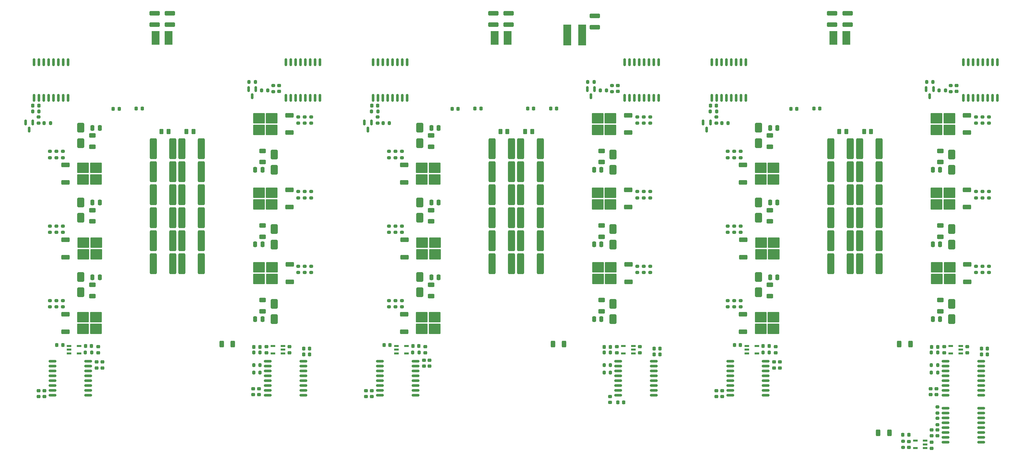
<source format=gtp>
G04 #@! TF.GenerationSoftware,KiCad,Pcbnew,9.0.1*
G04 #@! TF.CreationDate,2025-08-06T03:01:24-05:00*
G04 #@! TF.ProjectId,TractionInverter,54726163-7469-46f6-9e49-6e7665727465,rev?*
G04 #@! TF.SameCoordinates,Original*
G04 #@! TF.FileFunction,Paste,Top*
G04 #@! TF.FilePolarity,Positive*
%FSLAX46Y46*%
G04 Gerber Fmt 4.6, Leading zero omitted, Abs format (unit mm)*
G04 Created by KiCad (PCBNEW 9.0.1) date 2025-08-06 03:01:24*
%MOMM*%
%LPD*%
G01*
G04 APERTURE LIST*
G04 Aperture macros list*
%AMRoundRect*
0 Rectangle with rounded corners*
0 $1 Rounding radius*
0 $2 $3 $4 $5 $6 $7 $8 $9 X,Y pos of 4 corners*
0 Add a 4 corners polygon primitive as box body*
4,1,4,$2,$3,$4,$5,$6,$7,$8,$9,$2,$3,0*
0 Add four circle primitives for the rounded corners*
1,1,$1+$1,$2,$3*
1,1,$1+$1,$4,$5*
1,1,$1+$1,$6,$7*
1,1,$1+$1,$8,$9*
0 Add four rect primitives between the rounded corners*
20,1,$1+$1,$2,$3,$4,$5,0*
20,1,$1+$1,$4,$5,$6,$7,0*
20,1,$1+$1,$6,$7,$8,$9,0*
20,1,$1+$1,$8,$9,$2,$3,0*%
G04 Aperture macros list end*
%ADD10RoundRect,0.250000X1.100000X-0.325000X1.100000X0.325000X-1.100000X0.325000X-1.100000X-0.325000X0*%
%ADD11RoundRect,0.225000X0.250000X-0.225000X0.250000X0.225000X-0.250000X0.225000X-0.250000X-0.225000X0*%
%ADD12RoundRect,0.225000X-0.250000X0.225000X-0.250000X-0.225000X0.250000X-0.225000X0.250000X0.225000X0*%
%ADD13RoundRect,0.225000X-0.225000X-0.250000X0.225000X-0.250000X0.225000X0.250000X-0.225000X0.250000X0*%
%ADD14RoundRect,0.225000X0.225000X0.250000X-0.225000X0.250000X-0.225000X-0.250000X0.225000X-0.250000X0*%
%ADD15R,1.150000X0.600000*%
%ADD16RoundRect,0.150000X0.875000X0.150000X-0.875000X0.150000X-0.875000X-0.150000X0.875000X-0.150000X0*%
%ADD17RoundRect,0.200000X-0.200000X-0.275000X0.200000X-0.275000X0.200000X0.275000X-0.200000X0.275000X0*%
%ADD18RoundRect,0.218750X-0.256250X0.218750X-0.256250X-0.218750X0.256250X-0.218750X0.256250X0.218750X0*%
%ADD19RoundRect,0.150000X0.150000X-0.875000X0.150000X0.875000X-0.150000X0.875000X-0.150000X-0.875000X0*%
%ADD20RoundRect,0.200000X-0.275000X0.200000X-0.275000X-0.200000X0.275000X-0.200000X0.275000X0.200000X0*%
%ADD21RoundRect,0.250000X-0.650000X-2.450000X0.650000X-2.450000X0.650000X2.450000X-0.650000X2.450000X0*%
%ADD22RoundRect,0.250000X-0.850000X-0.350000X0.850000X-0.350000X0.850000X0.350000X-0.850000X0.350000X0*%
%ADD23RoundRect,0.250000X-1.275000X-1.125000X1.275000X-1.125000X1.275000X1.125000X-1.275000X1.125000X0*%
%ADD24RoundRect,0.250000X-0.250000X-0.475000X0.250000X-0.475000X0.250000X0.475000X-0.250000X0.475000X0*%
%ADD25RoundRect,0.250000X0.625000X-0.312500X0.625000X0.312500X-0.625000X0.312500X-0.625000X-0.312500X0*%
%ADD26RoundRect,0.200000X0.275000X-0.200000X0.275000X0.200000X-0.275000X0.200000X-0.275000X-0.200000X0*%
%ADD27RoundRect,0.150000X-0.875000X-0.150000X0.875000X-0.150000X0.875000X0.150000X-0.875000X0.150000X0*%
%ADD28RoundRect,0.250000X-0.625000X0.312500X-0.625000X-0.312500X0.625000X-0.312500X0.625000X0.312500X0*%
%ADD29RoundRect,0.200000X0.200000X0.275000X-0.200000X0.275000X-0.200000X-0.275000X0.200000X-0.275000X0*%
%ADD30RoundRect,0.150000X-0.150000X0.587500X-0.150000X-0.587500X0.150000X-0.587500X0.150000X0.587500X0*%
%ADD31RoundRect,0.250000X-0.650000X1.000000X-0.650000X-1.000000X0.650000X-1.000000X0.650000X1.000000X0*%
%ADD32RoundRect,0.250000X0.650000X-1.000000X0.650000X1.000000X-0.650000X1.000000X-0.650000X-1.000000X0*%
%ADD33RoundRect,0.250000X-0.262500X-0.450000X0.262500X-0.450000X0.262500X0.450000X-0.262500X0.450000X0*%
%ADD34RoundRect,0.250000X0.850000X0.350000X-0.850000X0.350000X-0.850000X-0.350000X0.850000X-0.350000X0*%
%ADD35RoundRect,0.250000X1.275000X1.125000X-1.275000X1.125000X-1.275000X-1.125000X1.275000X-1.125000X0*%
%ADD36RoundRect,0.250000X-0.312500X-0.625000X0.312500X-0.625000X0.312500X0.625000X-0.312500X0.625000X0*%
%ADD37RoundRect,0.218750X-0.218750X-0.256250X0.218750X-0.256250X0.218750X0.256250X-0.218750X0.256250X0*%
%ADD38RoundRect,0.250000X0.250000X0.475000X-0.250000X0.475000X-0.250000X-0.475000X0.250000X-0.475000X0*%
%ADD39RoundRect,0.218750X0.218750X0.256250X-0.218750X0.256250X-0.218750X-0.256250X0.218750X-0.256250X0*%
%ADD40R,2.000000X3.600000*%
%ADD41R,2.150000X5.500000*%
G04 APERTURE END LIST*
D10*
X166750000Y-37525000D03*
X166750000Y-40475000D03*
D11*
X122100000Y-127475000D03*
X122100000Y-129025000D03*
D12*
X108500000Y-135475000D03*
X108500000Y-137025000D03*
D13*
X119225000Y-123750000D03*
X120775000Y-123750000D03*
D12*
X107000000Y-135475000D03*
X107000000Y-137025000D03*
D14*
X113275000Y-123500000D03*
X111725000Y-123500000D03*
D11*
X123600000Y-129025000D03*
X123600000Y-127475000D03*
D15*
X114950000Y-123800000D03*
X114950000Y-124750000D03*
X114950000Y-125700000D03*
X117550000Y-125700000D03*
X117550000Y-123800000D03*
D16*
X119900000Y-136695000D03*
X119900000Y-135425000D03*
X119900000Y-134155000D03*
X119900000Y-132885000D03*
X119900000Y-131615000D03*
X119900000Y-130345000D03*
X119900000Y-129075000D03*
X119900000Y-127805000D03*
X110600000Y-127805000D03*
X110600000Y-129075000D03*
X110600000Y-130345000D03*
X110600000Y-131615000D03*
X110600000Y-132885000D03*
X110600000Y-134155000D03*
X110600000Y-135425000D03*
X110600000Y-136695000D03*
D17*
X119175000Y-125500000D03*
X120825000Y-125500000D03*
D18*
X122500000Y-123962500D03*
X122500000Y-125537500D03*
D19*
X174555000Y-49600000D03*
X175825000Y-49600000D03*
X177095000Y-49600000D03*
X178365000Y-49600000D03*
X179635000Y-49600000D03*
X180905000Y-49600000D03*
X182175000Y-49600000D03*
X183445000Y-49600000D03*
X183445000Y-58900000D03*
X182175000Y-58900000D03*
X180905000Y-58900000D03*
X179635000Y-58900000D03*
X178365000Y-58900000D03*
X177095000Y-58900000D03*
X175825000Y-58900000D03*
X174555000Y-58900000D03*
D20*
X114650000Y-113575000D03*
X114650000Y-111925000D03*
D21*
X145000000Y-96250000D03*
X139900000Y-96250000D03*
D22*
X117025000Y-100555000D03*
X117025000Y-95995000D03*
D23*
X125000000Y-99800000D03*
X125000000Y-96750000D03*
X121650000Y-99800000D03*
X121650000Y-96750000D03*
D24*
X214450000Y-105800000D03*
X212550000Y-105800000D03*
D21*
X241000000Y-84250000D03*
X235900000Y-84250000D03*
D20*
X179500000Y-104575000D03*
X179500000Y-102925000D03*
D25*
X168500000Y-72787500D03*
X168500000Y-75712500D03*
D21*
X241000000Y-78250000D03*
X235900000Y-78250000D03*
D26*
X201450000Y-72925000D03*
X201450000Y-74575000D03*
X177800000Y-63925000D03*
X177800000Y-65575000D03*
D21*
X152500000Y-84250000D03*
X147400000Y-84250000D03*
D26*
X204850000Y-92425000D03*
X204850000Y-94075000D03*
D27*
X182150000Y-127805000D03*
X182150000Y-129075000D03*
X182150000Y-130345000D03*
X182150000Y-131615000D03*
X182150000Y-132885000D03*
X182150000Y-134155000D03*
X182150000Y-135425000D03*
X182150000Y-136695000D03*
X172850000Y-136695000D03*
X172850000Y-135425000D03*
X172850000Y-134155000D03*
X172850000Y-132885000D03*
X172850000Y-131615000D03*
X172850000Y-130345000D03*
X172850000Y-129075000D03*
X172850000Y-127805000D03*
D26*
X177800000Y-83425000D03*
X177800000Y-85075000D03*
D12*
X200000000Y-137025000D03*
X200000000Y-135475000D03*
D28*
X212500000Y-91212500D03*
X212500000Y-88287500D03*
D22*
X116950000Y-120030000D03*
X116950000Y-115470000D03*
D23*
X124925000Y-119275000D03*
X124925000Y-116225000D03*
X121575000Y-119275000D03*
X121575000Y-116225000D03*
D14*
X108475000Y-61000000D03*
X110025000Y-61000000D03*
D20*
X268000000Y-104575000D03*
X268000000Y-102925000D03*
D29*
X199925000Y-65500000D03*
X201575000Y-65500000D03*
D19*
X197305000Y-49600000D03*
X198575000Y-49600000D03*
X199845000Y-49600000D03*
X201115000Y-49600000D03*
X202385000Y-49600000D03*
X203655000Y-49600000D03*
X204925000Y-49600000D03*
X206195000Y-49600000D03*
X206195000Y-58900000D03*
X204925000Y-58900000D03*
X203655000Y-58900000D03*
X202385000Y-58900000D03*
X201115000Y-58900000D03*
X199845000Y-58900000D03*
X198575000Y-58900000D03*
X197305000Y-58900000D03*
D26*
X181200000Y-63925000D03*
X181200000Y-65575000D03*
D30*
X165750000Y-58500000D03*
X164800000Y-56625000D03*
X166700000Y-56625000D03*
D29*
X164925000Y-54750000D03*
X166575000Y-54750000D03*
D31*
X209500000Y-109750000D03*
X209500000Y-105750000D03*
D14*
X267725000Y-124500000D03*
X269275000Y-124500000D03*
D25*
X257000000Y-111787500D03*
X257000000Y-114712500D03*
D17*
X256325000Y-130750000D03*
X254675000Y-130750000D03*
D32*
X260000000Y-93250000D03*
X260000000Y-97250000D03*
D21*
X241000000Y-90250000D03*
X235900000Y-90250000D03*
D33*
X238912500Y-67750000D03*
X237087500Y-67750000D03*
D21*
X241000000Y-72250000D03*
X235900000Y-72250000D03*
D33*
X150412500Y-67750000D03*
X148587500Y-67750000D03*
D30*
X196000000Y-67250000D03*
X195050000Y-65375000D03*
X196950000Y-65375000D03*
D34*
X263975000Y-82945000D03*
X263975000Y-87505000D03*
D35*
X256000000Y-83700000D03*
X256000000Y-86750000D03*
X259350000Y-83700000D03*
X259350000Y-86750000D03*
D26*
X269700000Y-63925000D03*
X269700000Y-65575000D03*
D21*
X233500000Y-84250000D03*
X228400000Y-84250000D03*
D36*
X249212500Y-123250000D03*
X246287500Y-123250000D03*
D31*
X121000000Y-90250000D03*
X121000000Y-86250000D03*
D19*
X108805000Y-49600000D03*
X110075000Y-49600000D03*
X111345000Y-49600000D03*
X112615000Y-49600000D03*
X113885000Y-49600000D03*
X115155000Y-49600000D03*
X116425000Y-49600000D03*
X117695000Y-49600000D03*
X117695000Y-58900000D03*
X116425000Y-58900000D03*
X115155000Y-58900000D03*
X113885000Y-58900000D03*
X112615000Y-58900000D03*
X111345000Y-58900000D03*
X110075000Y-58900000D03*
X108805000Y-58900000D03*
D37*
X137037500Y-61750000D03*
X135462500Y-61750000D03*
D13*
X212275000Y-123750000D03*
X210725000Y-123750000D03*
D31*
X121000000Y-109750000D03*
X121000000Y-105750000D03*
D26*
X259750000Y-55675000D03*
X259750000Y-57325000D03*
D11*
X172750000Y-55725000D03*
X172750000Y-57275000D03*
D17*
X170825000Y-130750000D03*
X169175000Y-130750000D03*
D21*
X152500000Y-90250000D03*
X147400000Y-90250000D03*
D26*
X204850000Y-72925000D03*
X204850000Y-74575000D03*
D17*
X212325000Y-125500000D03*
X210675000Y-125500000D03*
D28*
X212500000Y-110712500D03*
X212500000Y-107787500D03*
D11*
X258000000Y-123975000D03*
X258000000Y-125525000D03*
D12*
X170750000Y-138525000D03*
X170750000Y-136975000D03*
D38*
X166550000Y-77700000D03*
X168450000Y-77700000D03*
D30*
X107500000Y-67250000D03*
X106550000Y-65375000D03*
X108450000Y-65375000D03*
D20*
X268000000Y-65575000D03*
X268000000Y-63925000D03*
D21*
X152500000Y-102250000D03*
X147400000Y-102250000D03*
D28*
X124000000Y-91212500D03*
X124000000Y-88287500D03*
D29*
X169175000Y-128750000D03*
X170825000Y-128750000D03*
X111425000Y-65500000D03*
X113075000Y-65500000D03*
D38*
X255050000Y-97200000D03*
X256950000Y-97200000D03*
D20*
X203150000Y-113575000D03*
X203150000Y-111925000D03*
D25*
X168500000Y-111787500D03*
X168500000Y-114712500D03*
D26*
X266300000Y-63925000D03*
X266300000Y-65575000D03*
D21*
X233500000Y-90250000D03*
X228400000Y-90250000D03*
D31*
X209500000Y-70750000D03*
X209500000Y-66750000D03*
D33*
X232412500Y-67750000D03*
X230587500Y-67750000D03*
D28*
X124000000Y-71712500D03*
X124000000Y-68787500D03*
D21*
X233500000Y-78250000D03*
X228400000Y-78250000D03*
D20*
X114650000Y-94075000D03*
X114650000Y-92425000D03*
D22*
X205525000Y-100555000D03*
X205525000Y-95995000D03*
D23*
X213500000Y-99800000D03*
X213500000Y-96750000D03*
X210150000Y-99800000D03*
X210150000Y-96750000D03*
D26*
X171250000Y-55675000D03*
X171250000Y-57325000D03*
X116350000Y-111925000D03*
X116350000Y-113575000D03*
D32*
X260000000Y-112750000D03*
X260000000Y-116750000D03*
D17*
X258325000Y-57000000D03*
X256675000Y-57000000D03*
D22*
X116950000Y-81055000D03*
X116950000Y-76495000D03*
D23*
X124925000Y-80300000D03*
X124925000Y-77250000D03*
X121575000Y-80300000D03*
X121575000Y-77250000D03*
D26*
X201450000Y-92425000D03*
X201450000Y-94075000D03*
D11*
X264000000Y-123975000D03*
X264000000Y-125525000D03*
D34*
X264050000Y-102470000D03*
X264050000Y-107030000D03*
D35*
X256075000Y-103225000D03*
X256075000Y-106275000D03*
X259425000Y-103225000D03*
X259425000Y-106275000D03*
D21*
X241000000Y-96250000D03*
X235900000Y-96250000D03*
D38*
X255050000Y-116750000D03*
X256950000Y-116750000D03*
D21*
X145000000Y-90250000D03*
X139900000Y-90250000D03*
X152500000Y-78250000D03*
X147400000Y-78250000D03*
D20*
X203150000Y-94075000D03*
X203150000Y-92425000D03*
D18*
X214000000Y-125537500D03*
X214000000Y-123962500D03*
D38*
X166550000Y-97200000D03*
X168450000Y-97200000D03*
D37*
X225537500Y-61750000D03*
X223962500Y-61750000D03*
D21*
X233500000Y-102250000D03*
X228400000Y-102250000D03*
D32*
X260000000Y-73750000D03*
X260000000Y-77750000D03*
D34*
X263975000Y-63470000D03*
X263975000Y-68030000D03*
D35*
X256000000Y-64225000D03*
X256000000Y-67275000D03*
X259350000Y-64225000D03*
X259350000Y-67275000D03*
D32*
X171500000Y-112750000D03*
X171500000Y-116750000D03*
D10*
X228750000Y-36827500D03*
X228750000Y-39777500D03*
D34*
X175475000Y-63470000D03*
X175475000Y-68030000D03*
D35*
X167500000Y-64225000D03*
X167500000Y-67275000D03*
X170850000Y-64225000D03*
X170850000Y-67275000D03*
D11*
X261250000Y-55725000D03*
X261250000Y-57275000D03*
D25*
X168500000Y-92287500D03*
X168500000Y-95212500D03*
D12*
X256000000Y-136525000D03*
X256000000Y-134975000D03*
D32*
X171500000Y-93250000D03*
X171500000Y-97250000D03*
D15*
X174200000Y-125700000D03*
X174200000Y-123800000D03*
X176800000Y-123800000D03*
X176800000Y-124750000D03*
X176800000Y-125700000D03*
D12*
X254500000Y-136525000D03*
X254500000Y-134975000D03*
D15*
X259700000Y-125700000D03*
X259700000Y-123800000D03*
X262300000Y-123800000D03*
X262300000Y-124750000D03*
X262300000Y-125700000D03*
D26*
X266300000Y-83425000D03*
X266300000Y-85075000D03*
D39*
X254712500Y-124000000D03*
X256287500Y-124000000D03*
D26*
X116350000Y-92425000D03*
X116350000Y-94075000D03*
D37*
X131037500Y-61802500D03*
X129462500Y-61802500D03*
D33*
X143912500Y-67750000D03*
X142087500Y-67750000D03*
D31*
X209500000Y-90250000D03*
X209500000Y-86250000D03*
D38*
X255050000Y-77700000D03*
X256950000Y-77700000D03*
D21*
X145000000Y-84250000D03*
X139900000Y-84250000D03*
D26*
X204850000Y-111925000D03*
X204850000Y-113575000D03*
X112950000Y-72925000D03*
X112950000Y-74575000D03*
X266300000Y-102925000D03*
X266300000Y-104575000D03*
D14*
X172725000Y-138500000D03*
X174275000Y-138500000D03*
D20*
X203150000Y-74575000D03*
X203150000Y-72925000D03*
D31*
X121000000Y-70750000D03*
X121000000Y-66750000D03*
D29*
X254675000Y-128750000D03*
X256325000Y-128750000D03*
D26*
X181200000Y-102925000D03*
X181200000Y-104575000D03*
D11*
X172500000Y-123975000D03*
X172500000Y-125525000D03*
X215100000Y-127975000D03*
X215100000Y-129525000D03*
D26*
X110000000Y-63925000D03*
X110000000Y-65575000D03*
D24*
X125950000Y-105800000D03*
X124050000Y-105800000D03*
X125950000Y-66800000D03*
X124050000Y-66800000D03*
D19*
X263055000Y-49600000D03*
X264325000Y-49600000D03*
X265595000Y-49600000D03*
X266865000Y-49600000D03*
X268135000Y-49600000D03*
X269405000Y-49600000D03*
X270675000Y-49600000D03*
X271945000Y-49600000D03*
X271945000Y-58900000D03*
X270675000Y-58900000D03*
X269405000Y-58900000D03*
X268135000Y-58900000D03*
X266865000Y-58900000D03*
X265595000Y-58900000D03*
X264325000Y-58900000D03*
X263055000Y-58900000D03*
D21*
X241000000Y-102250000D03*
X235900000Y-102250000D03*
D39*
X169212500Y-124000000D03*
X170787500Y-124000000D03*
D10*
X232750000Y-36827500D03*
X232750000Y-39777500D03*
D21*
X233500000Y-72250000D03*
X228400000Y-72250000D03*
D15*
X209050000Y-123800000D03*
X209050000Y-125700000D03*
X206450000Y-125700000D03*
X206450000Y-124750000D03*
X206450000Y-123800000D03*
D29*
X253425000Y-54750000D03*
X255075000Y-54750000D03*
D14*
X196975000Y-61000000D03*
X198525000Y-61000000D03*
D20*
X268000000Y-85075000D03*
X268000000Y-83425000D03*
D21*
X145000000Y-72250000D03*
X139900000Y-72250000D03*
D26*
X181200000Y-83425000D03*
X181200000Y-85075000D03*
D24*
X214450000Y-86300000D03*
X212550000Y-86300000D03*
D26*
X269700000Y-102925000D03*
X269700000Y-104575000D03*
D21*
X145000000Y-102250000D03*
X139900000Y-102250000D03*
D26*
X198500000Y-63925000D03*
X198500000Y-65575000D03*
D14*
X267725000Y-126000000D03*
X269275000Y-126000000D03*
D30*
X254250000Y-58500000D03*
X253300000Y-56625000D03*
X255200000Y-56625000D03*
D25*
X257000000Y-72787500D03*
X257000000Y-75712500D03*
D32*
X171500000Y-73750000D03*
X171500000Y-77750000D03*
D21*
X233500000Y-96250000D03*
X228400000Y-96250000D03*
D29*
X254675000Y-125500000D03*
X256325000Y-125500000D03*
D40*
X140550000Y-43302500D03*
X143950000Y-43302500D03*
D34*
X175550000Y-102470000D03*
X175550000Y-107030000D03*
D35*
X167575000Y-103225000D03*
X167575000Y-106275000D03*
X170925000Y-103225000D03*
X170925000Y-106275000D03*
D38*
X166550000Y-116750000D03*
X168450000Y-116750000D03*
D24*
X125950000Y-86300000D03*
X124050000Y-86300000D03*
D40*
X229050000Y-43302500D03*
X232450000Y-43302500D03*
D11*
X178500000Y-123975000D03*
X178500000Y-125525000D03*
D26*
X177800000Y-102925000D03*
X177800000Y-104575000D03*
D29*
X108425000Y-62500000D03*
X110075000Y-62500000D03*
D21*
X145000000Y-78250000D03*
X139900000Y-78250000D03*
D20*
X114650000Y-74575000D03*
X114650000Y-72925000D03*
D17*
X169825000Y-57000000D03*
X168175000Y-57000000D03*
D14*
X182225000Y-126000000D03*
X183775000Y-126000000D03*
D21*
X152500000Y-96250000D03*
X147400000Y-96250000D03*
D26*
X201450000Y-111925000D03*
X201450000Y-113575000D03*
D12*
X198500000Y-137025000D03*
X198500000Y-135475000D03*
D28*
X124000000Y-110712500D03*
X124000000Y-107787500D03*
D20*
X179500000Y-65575000D03*
X179500000Y-63925000D03*
D10*
X140250000Y-36827500D03*
X140250000Y-39777500D03*
D22*
X205450000Y-120030000D03*
X205450000Y-115470000D03*
D23*
X213425000Y-119275000D03*
X213425000Y-116225000D03*
X210075000Y-119275000D03*
X210075000Y-116225000D03*
D34*
X175475000Y-82945000D03*
X175475000Y-87505000D03*
D35*
X167500000Y-83700000D03*
X167500000Y-86750000D03*
X170850000Y-83700000D03*
X170850000Y-86750000D03*
D26*
X112950000Y-111925000D03*
X112950000Y-113575000D03*
D11*
X213600000Y-127975000D03*
X213600000Y-129525000D03*
D10*
X144250000Y-36827500D03*
X144250000Y-39777500D03*
D14*
X182225000Y-124500000D03*
X183775000Y-124500000D03*
D16*
X202100000Y-136695000D03*
X202100000Y-135425000D03*
X202100000Y-134155000D03*
X202100000Y-132885000D03*
X202100000Y-131615000D03*
X202100000Y-130345000D03*
X202100000Y-129075000D03*
X202100000Y-127805000D03*
X211400000Y-127805000D03*
X211400000Y-129075000D03*
X211400000Y-130345000D03*
X211400000Y-131615000D03*
X211400000Y-132885000D03*
X211400000Y-134155000D03*
X211400000Y-135425000D03*
X211400000Y-136695000D03*
D28*
X212500000Y-71712500D03*
X212500000Y-68787500D03*
D26*
X112950000Y-92425000D03*
X112950000Y-94075000D03*
D37*
X219537500Y-61802500D03*
X217962500Y-61802500D03*
D29*
X196925000Y-62500000D03*
X198575000Y-62500000D03*
X169175000Y-125500000D03*
X170825000Y-125500000D03*
D14*
X203225000Y-123500000D03*
X204775000Y-123500000D03*
D27*
X267650000Y-127805000D03*
X267650000Y-129075000D03*
X267650000Y-130345000D03*
X267650000Y-131615000D03*
X267650000Y-132885000D03*
X267650000Y-134155000D03*
X267650000Y-135425000D03*
X267650000Y-136695000D03*
X258350000Y-136695000D03*
X258350000Y-135425000D03*
X258350000Y-134155000D03*
X258350000Y-132885000D03*
X258350000Y-131615000D03*
X258350000Y-130345000D03*
X258350000Y-129075000D03*
X258350000Y-127805000D03*
D22*
X205450000Y-81055000D03*
X205450000Y-76495000D03*
D23*
X213425000Y-80300000D03*
X213425000Y-77250000D03*
X210075000Y-80300000D03*
X210075000Y-77250000D03*
D24*
X214450000Y-66800000D03*
X212550000Y-66800000D03*
D36*
X158712500Y-123250000D03*
X155787500Y-123250000D03*
D25*
X257000000Y-92287500D03*
X257000000Y-95212500D03*
D20*
X179500000Y-85075000D03*
X179500000Y-83425000D03*
D26*
X269700000Y-83425000D03*
X269700000Y-85075000D03*
D21*
X152500000Y-72250000D03*
X147400000Y-72250000D03*
D26*
X116350000Y-72925000D03*
X116350000Y-74575000D03*
D29*
X78075000Y-54750000D03*
X76425000Y-54750000D03*
D37*
X149212500Y-61750000D03*
X150787500Y-61750000D03*
D30*
X19950000Y-65375000D03*
X18050000Y-65375000D03*
X19000000Y-67250000D03*
D21*
X58900000Y-96250000D03*
X64000000Y-96250000D03*
D15*
X85300000Y-125700000D03*
X85300000Y-124750000D03*
X85300000Y-123800000D03*
X82700000Y-123800000D03*
X82700000Y-125700000D03*
D35*
X82350000Y-86750000D03*
X82350000Y-83700000D03*
X79000000Y-86750000D03*
X79000000Y-83700000D03*
D34*
X86975000Y-87505000D03*
X86975000Y-82945000D03*
D28*
X35500000Y-107787500D03*
X35500000Y-110712500D03*
D26*
X89300000Y-85075000D03*
X89300000Y-83425000D03*
X24450000Y-74575000D03*
X24450000Y-72925000D03*
D29*
X79325000Y-125500000D03*
X77675000Y-125500000D03*
D26*
X27850000Y-94075000D03*
X27850000Y-92425000D03*
X89300000Y-104575000D03*
X89300000Y-102925000D03*
D20*
X91000000Y-102925000D03*
X91000000Y-104575000D03*
D21*
X51400000Y-90250000D03*
X56500000Y-90250000D03*
D24*
X35550000Y-105800000D03*
X37450000Y-105800000D03*
D26*
X27850000Y-74575000D03*
X27850000Y-72925000D03*
X92700000Y-65575000D03*
X92700000Y-63925000D03*
D20*
X26150000Y-72925000D03*
X26150000Y-74575000D03*
D26*
X21500000Y-65575000D03*
X21500000Y-63925000D03*
D21*
X58900000Y-84250000D03*
X64000000Y-84250000D03*
D37*
X155212500Y-61750000D03*
X156787500Y-61750000D03*
D15*
X29450000Y-123800000D03*
X29450000Y-124750000D03*
X29450000Y-125700000D03*
X32050000Y-125700000D03*
X32050000Y-123800000D03*
D17*
X33675000Y-125500000D03*
X35325000Y-125500000D03*
D38*
X79950000Y-116750000D03*
X78050000Y-116750000D03*
D26*
X256250000Y-144325000D03*
X256250000Y-142675000D03*
D41*
X163425000Y-42500000D03*
X159575000Y-42500000D03*
D21*
X51400000Y-78250000D03*
X56500000Y-78250000D03*
D28*
X35500000Y-68787500D03*
X35500000Y-71712500D03*
D31*
X32500000Y-66750000D03*
X32500000Y-70750000D03*
D10*
X55750000Y-39777500D03*
X55750000Y-36827500D03*
D26*
X24450000Y-113575000D03*
X24450000Y-111925000D03*
D33*
X53587500Y-67750000D03*
X55412500Y-67750000D03*
D23*
X33150000Y-96750000D03*
X33150000Y-99800000D03*
X36500000Y-96750000D03*
X36500000Y-99800000D03*
D22*
X28525000Y-95995000D03*
X28525000Y-100555000D03*
D29*
X24575000Y-65500000D03*
X22925000Y-65500000D03*
D31*
X32500000Y-105750000D03*
X32500000Y-109750000D03*
D38*
X79950000Y-77700000D03*
X78050000Y-77700000D03*
D20*
X91000000Y-83425000D03*
X91000000Y-85075000D03*
D29*
X79325000Y-128750000D03*
X77675000Y-128750000D03*
D12*
X79000000Y-134975000D03*
X79000000Y-136525000D03*
D37*
X40962500Y-61802500D03*
X42537500Y-61802500D03*
D20*
X91000000Y-63925000D03*
X91000000Y-65575000D03*
D29*
X21575000Y-62500000D03*
X19925000Y-62500000D03*
D11*
X81000000Y-125525000D03*
X81000000Y-123975000D03*
X254750000Y-150525000D03*
X254750000Y-148975000D03*
D32*
X83000000Y-116750000D03*
X83000000Y-112750000D03*
D14*
X27775000Y-123500000D03*
X26225000Y-123500000D03*
D10*
X51750000Y-39777500D03*
X51750000Y-36827500D03*
D12*
X21500000Y-135475000D03*
X21500000Y-137025000D03*
D11*
X248750000Y-150275000D03*
X248750000Y-148725000D03*
D32*
X83000000Y-77750000D03*
X83000000Y-73750000D03*
D14*
X21525000Y-61000000D03*
X19975000Y-61000000D03*
D21*
X58900000Y-78250000D03*
X64000000Y-78250000D03*
D12*
X23000000Y-135475000D03*
X23000000Y-137025000D03*
D11*
X36600000Y-129525000D03*
X36600000Y-127975000D03*
D27*
X258350000Y-140055000D03*
X258350000Y-141325000D03*
X258350000Y-142595000D03*
X258350000Y-143865000D03*
X258350000Y-145135000D03*
X258350000Y-146405000D03*
X258350000Y-147675000D03*
X258350000Y-148945000D03*
X267650000Y-148945000D03*
X267650000Y-147675000D03*
X267650000Y-146405000D03*
X267650000Y-145135000D03*
X267650000Y-143865000D03*
X267650000Y-142595000D03*
X267650000Y-141325000D03*
X267650000Y-140055000D03*
D28*
X35500000Y-88287500D03*
X35500000Y-91212500D03*
D11*
X84250000Y-57275000D03*
X84250000Y-55725000D03*
D21*
X51400000Y-72250000D03*
X56500000Y-72250000D03*
D37*
X46962500Y-61750000D03*
X48537500Y-61750000D03*
D24*
X35550000Y-86300000D03*
X37450000Y-86300000D03*
D18*
X37000000Y-123962500D03*
X37000000Y-125537500D03*
D19*
X86055000Y-58900000D03*
X87325000Y-58900000D03*
X88595000Y-58900000D03*
X89865000Y-58900000D03*
X91135000Y-58900000D03*
X92405000Y-58900000D03*
X93675000Y-58900000D03*
X94945000Y-58900000D03*
X94945000Y-49600000D03*
X93675000Y-49600000D03*
X92405000Y-49600000D03*
X91135000Y-49600000D03*
X89865000Y-49600000D03*
X88595000Y-49600000D03*
X87325000Y-49600000D03*
X86055000Y-49600000D03*
D39*
X79287500Y-124000000D03*
X77712500Y-124000000D03*
D14*
X92275000Y-126000000D03*
X90725000Y-126000000D03*
D40*
X55450000Y-43302500D03*
X52050000Y-43302500D03*
D21*
X51400000Y-84250000D03*
X56500000Y-84250000D03*
D26*
X256250000Y-141325000D03*
X256250000Y-139675000D03*
D21*
X58900000Y-102250000D03*
X64000000Y-102250000D03*
X58900000Y-72250000D03*
X64000000Y-72250000D03*
X51400000Y-102250000D03*
X56500000Y-102250000D03*
D11*
X38100000Y-129525000D03*
X38100000Y-127975000D03*
D14*
X92275000Y-124500000D03*
X90725000Y-124500000D03*
D32*
X83000000Y-97250000D03*
X83000000Y-93250000D03*
D23*
X33075000Y-116225000D03*
X33075000Y-119275000D03*
X36425000Y-116225000D03*
X36425000Y-119275000D03*
D22*
X28450000Y-115470000D03*
X28450000Y-120030000D03*
D15*
X253050000Y-150450000D03*
X253050000Y-149500000D03*
X253050000Y-148550000D03*
X250450000Y-148550000D03*
X250450000Y-150450000D03*
D25*
X80000000Y-75712500D03*
X80000000Y-72787500D03*
D36*
X240787500Y-146500000D03*
X243712500Y-146500000D03*
D39*
X248787500Y-147000000D03*
X247212500Y-147000000D03*
D26*
X27850000Y-113575000D03*
X27850000Y-111925000D03*
D30*
X78200000Y-56625000D03*
X76300000Y-56625000D03*
X77250000Y-58500000D03*
D19*
X20305000Y-58900000D03*
X21575000Y-58900000D03*
X22845000Y-58900000D03*
X24115000Y-58900000D03*
X25385000Y-58900000D03*
X26655000Y-58900000D03*
X27925000Y-58900000D03*
X29195000Y-58900000D03*
X29195000Y-49600000D03*
X27925000Y-49600000D03*
X26655000Y-49600000D03*
X25385000Y-49600000D03*
X24115000Y-49600000D03*
X22845000Y-49600000D03*
X21575000Y-49600000D03*
X20305000Y-49600000D03*
D27*
X81350000Y-127805000D03*
X81350000Y-129075000D03*
X81350000Y-130345000D03*
X81350000Y-131615000D03*
X81350000Y-132885000D03*
X81350000Y-134155000D03*
X81350000Y-135425000D03*
X81350000Y-136695000D03*
X90650000Y-136695000D03*
X90650000Y-135425000D03*
X90650000Y-134155000D03*
X90650000Y-132885000D03*
X90650000Y-131615000D03*
X90650000Y-130345000D03*
X90650000Y-129075000D03*
X90650000Y-127805000D03*
D35*
X82425000Y-106275000D03*
X82425000Y-103225000D03*
X79075000Y-106275000D03*
X79075000Y-103225000D03*
D34*
X87050000Y-107030000D03*
X87050000Y-102470000D03*
D20*
X26150000Y-111925000D03*
X26150000Y-113575000D03*
D24*
X35550000Y-66800000D03*
X37450000Y-66800000D03*
D11*
X87000000Y-125525000D03*
X87000000Y-123975000D03*
D17*
X77675000Y-130750000D03*
X79325000Y-130750000D03*
D36*
X69287500Y-123250000D03*
X72212500Y-123250000D03*
D12*
X77500000Y-134975000D03*
X77500000Y-136525000D03*
D25*
X80000000Y-95212500D03*
X80000000Y-92287500D03*
D26*
X92700000Y-85075000D03*
X92700000Y-83425000D03*
D38*
X79950000Y-97200000D03*
X78050000Y-97200000D03*
D35*
X82350000Y-67275000D03*
X82350000Y-64225000D03*
X79000000Y-67275000D03*
X79000000Y-64225000D03*
D34*
X86975000Y-68030000D03*
X86975000Y-63470000D03*
D23*
X33075000Y-77250000D03*
X33075000Y-80300000D03*
X36425000Y-77250000D03*
X36425000Y-80300000D03*
D22*
X28450000Y-76495000D03*
X28450000Y-81055000D03*
D11*
X254750000Y-147250000D03*
X254750000Y-145700000D03*
D21*
X58900000Y-90250000D03*
X64000000Y-90250000D03*
D33*
X60087500Y-67750000D03*
X61912500Y-67750000D03*
D26*
X89300000Y-65575000D03*
X89300000Y-63925000D03*
D16*
X34400000Y-136695000D03*
X34400000Y-135425000D03*
X34400000Y-134155000D03*
X34400000Y-132885000D03*
X34400000Y-131615000D03*
X34400000Y-130345000D03*
X34400000Y-129075000D03*
X34400000Y-127805000D03*
X25100000Y-127805000D03*
X25100000Y-129075000D03*
X25100000Y-130345000D03*
X25100000Y-131615000D03*
X25100000Y-132885000D03*
X25100000Y-134155000D03*
X25100000Y-135425000D03*
X25100000Y-136695000D03*
D13*
X33725000Y-123750000D03*
X35275000Y-123750000D03*
D26*
X82750000Y-57325000D03*
X82750000Y-55675000D03*
D20*
X26150000Y-92425000D03*
X26150000Y-94075000D03*
D26*
X247250000Y-150325000D03*
X247250000Y-148675000D03*
D17*
X79675000Y-57000000D03*
X81325000Y-57000000D03*
D11*
X256250000Y-147275000D03*
X256250000Y-145725000D03*
D21*
X51400000Y-96250000D03*
X56500000Y-96250000D03*
D25*
X80000000Y-114712500D03*
X80000000Y-111787500D03*
D26*
X92700000Y-104575000D03*
X92700000Y-102925000D03*
D31*
X32500000Y-86250000D03*
X32500000Y-90250000D03*
D26*
X24450000Y-94075000D03*
X24450000Y-92425000D03*
M02*

</source>
